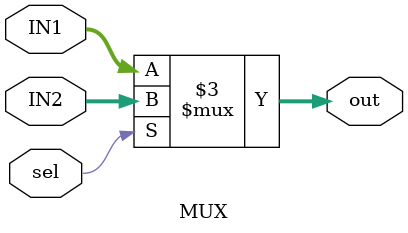
<source format=v>
module MUX #(parameter In_Width=32 )
(

input   wire    [In_Width-1:0]   IN1,IN2,
input   wire                     sel,
output  reg     [In_Width-1:0]   out

);

always @(*)

begin

if(sel)

begin

out=IN2;

end

else

begin

out=IN1;

end

end

endmodule

</source>
